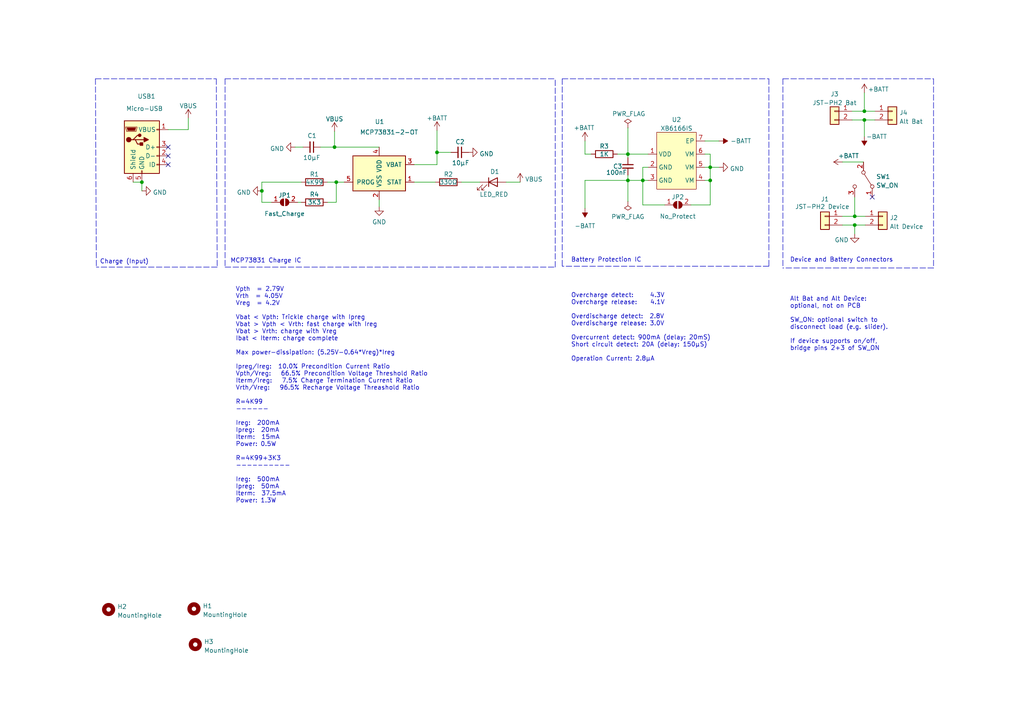
<source format=kicad_sch>
(kicad_sch (version 20211123) (generator eeschema)
  (paper "A4")
  (title_block (title "MCP73831/XB6166IS LiPo-Charger") (date "2023-12-30") (rev "0.92") (company "Bernhard Bablok") (comment 1 "https://github.com/bablokb/pcb-lipo-charger"))
  (lib_symbols
    (symbol "Battery_Management:MCP73831-2-OT" (pin_names (offset 1.016))
      (property "Reference" "U" (at -7.62 6.35 0))
      (property "Value" "MCP73831-2-OT" (at 1.27 6.35 0))
      (symbol "MCP73831-2-OT_0_1"
        (rectangle (start -7.62 5.08) (end 7.62 -5.08) (stroke (width 0.254)) (fill (type background)))
      )
      (symbol "MCP73831-2-OT_1_1"
        (pin output line (at 10.16 -2.54 180) (length 2.54) (name "STAT") (number "1"))
        (pin power_in line (at 0 -7.62 90) (length 2.54) (name "VSS") (number "2"))
        (pin power_out line (at 10.16 2.54 180) (length 2.54) (name "VBAT") (number "3"))
        (pin power_in line (at 0 7.62 270) (length 2.54) (name "VDD") (number "4"))
        (pin input line (at -10.16 -2.54 0) (length 2.54) (name "PROG") (number "5"))
      )
    )
    (symbol "Connector:USB_B_Micro" (pin_names (offset 1.016))
      (property "Reference" "J" (at -5.08 11.43 0))
      (property "Value" "USB_B_Micro" (at -5.08 8.89 0))
      (symbol "USB_B_Micro_0_1"
        (rectangle (start -5.08 -7.62) (end 5.08 7.62) (stroke (width 0.254)) (fill (type background)))
        (circle (center -3.81 2.159) (radius 0.635) (stroke (width 0.254)) (fill (type outline)))
        (circle (center -0.635 3.429) (radius 0.381) (stroke (width 0.254)) (fill (type outline)))
        (rectangle (start -0.127 -7.62) (end 0.127 -6.858))
        (polyline (pts (xy -1.905 2.159) (xy 0.635 2.159)) (stroke (width 0.254)))
        (polyline (pts (xy -3.175 2.159) (xy -2.54 2.159) (xy -1.27 3.429) (xy -0.635 3.429)) (stroke (width 0.254)))
        (polyline (pts (xy -2.54 2.159) (xy -1.905 2.159) (xy -1.27 0.889) (xy 0 0.889)) (stroke (width 0.254)))
        (polyline (pts (xy 0.635 2.794) (xy 0.635 1.524) (xy 1.905 2.159) (xy 0.635 2.794)) (stroke (width 0.254)) (fill (type outline)))
        (polyline (pts (xy -4.318 5.588) (xy -1.778 5.588) (xy -2.032 4.826) (xy -4.064 4.826) (xy -4.318 5.588)) (fill (type outline)))
        (polyline (pts (xy -4.699 5.842) (xy -4.699 5.588) (xy -4.445 4.826) (xy -4.445 4.572) (xy -1.651 4.572) (xy -1.651 4.826) (xy -1.397 5.588) (xy -1.397 5.842) (xy -4.699 5.842)))
        (rectangle (start 0.254 1.27) (end -0.508 0.508) (stroke (width 0.254)) (fill (type outline)))
        (rectangle (start 5.08 -5.207) (end 4.318 -4.953))
        (rectangle (start 5.08 -2.667) (end 4.318 -2.413))
        (rectangle (start 5.08 -0.127) (end 4.318 0.127))
        (rectangle (start 5.08 4.953) (end 4.318 5.207))
      )
      (symbol "USB_B_Micro_1_1"
        (pin power_out line (at 7.62 5.08 180) (length 2.54) (name "VBUS") (number "1"))
        (pin bidirectional line (at 7.62 -2.54 180) (length 2.54) (name "D-") (number "2"))
        (pin bidirectional line (at 7.62 0 180) (length 2.54) (name "D+") (number "3"))
        (pin passive line (at 7.62 -5.08 180) (length 2.54) (name "ID") (number "4"))
        (pin power_out line (at 0 -10.16 90) (length 2.54) (name "GND") (number "5"))
        (pin passive line (at -2.54 -10.16 90) (length 2.54) (name "Shield") (number "6"))
      )
    )
    (symbol "Connector_Generic:Conn_01x02" (pin_names (offset 1.016) hide)
      (property "Reference" "J" (at 0 2.54 0))
      (property "Value" "Conn_01x02" (at 0 -5.08 0))
      (symbol "Conn_01x02_1_1"
        (rectangle (start -1.27 -2.413) (end 0 -2.667) (stroke (width 0.1524)))
        (rectangle (start -1.27 0.127) (end 0 -0.127) (stroke (width 0.1524)))
        (rectangle (start -1.27 1.27) (end 1.27 -3.81) (stroke (width 0.254)) (fill (type background)))
        (pin passive line (at -5.08 0 0) (length 3.81) (name "Pin_1") (number "1"))
        (pin passive line (at -5.08 -2.54 0) (length 3.81) (name "Pin_2") (number "2"))
      )
    )
    (symbol "Device:C_Small" (pin_numbers hide) (pin_names (offset 0.254) hide)
      (property "Reference" "C" (at 0.254 1.778 0))
      (property "Value" "C_Small" (at 0.254 -2.032 0))
      (symbol "C_Small_0_1"
        (polyline (pts (xy -1.524 -0.508) (xy 1.524 -0.508)) (stroke (width 0.3302)))
        (polyline (pts (xy -1.524 0.508) (xy 1.524 0.508)) (stroke (width 0.3048)))
      )
      (symbol "C_Small_1_1"
        (pin passive line (at 0 2.54 270) (length 2.032) (name "~") (number "1"))
        (pin passive line (at 0 -2.54 90) (length 2.032) (name "~") (number "2"))
      )
    )
    (symbol "Device:LED" (pin_numbers hide) (pin_names (offset 1.016) hide)
      (property "Reference" "D" (at 0 2.54 0))
      (property "Value" "LED" (at 0 -2.54 0))
      (symbol "LED_0_1"
        (polyline (pts (xy -1.27 -1.27) (xy -1.27 1.27)) (stroke (width 0.254)))
        (polyline (pts (xy -1.27 0) (xy 1.27 0)))
        (polyline (pts (xy 1.27 -1.27) (xy 1.27 1.27) (xy -1.27 0) (xy 1.27 -1.27)) (stroke (width 0.254)))
        (polyline (pts (xy -3.048 -0.762) (xy -4.572 -2.286) (xy -3.81 -2.286) (xy -4.572 -2.286) (xy -4.572 -1.524)))
        (polyline (pts (xy -1.778 -0.762) (xy -3.302 -2.286) (xy -2.54 -2.286) (xy -3.302 -2.286) (xy -3.302 -1.524)))
      )
      (symbol "LED_1_1"
        (pin passive line (at -3.81 0 0) (length 2.54) (name "K") (number "1"))
        (pin passive line (at 3.81 0 180) (length 2.54) (name "A") (number "2"))
      )
    )
    (symbol "Device:R" (pin_numbers hide) (pin_names (offset 0))
      (property "Reference" "R" (at 2.032 0 90))
      (property "Value" "R" (at 0 0 90))
      (symbol "R_0_1"
        (rectangle (start -1.016 -2.54) (end 1.016 2.54) (stroke (width 0.254)))
      )
      (symbol "R_1_1"
        (pin passive line (at 0 3.81 270) (length 1.27) (name "~") (number "1"))
        (pin passive line (at 0 -3.81 90) (length 1.27) (name "~") (number "2"))
      )
    )
    (symbol "Jumper:SolderJumper_2_Open" (pin_names (offset 0) hide)
      (property "Reference" "JP" (at 0 2.032 0))
      (property "Value" "SolderJumper_2_Open" (at 0 -2.54 0))
      (symbol "SolderJumper_2_Open_0_1"
        (arc (start -0.254 1.016) (mid -1.27 0) (end -0.254 -1.016))
        (arc (start -0.254 1.016) (mid -1.27 0) (end -0.254 -1.016) (fill (type outline)))
        (polyline (pts (xy -0.254 1.016) (xy -0.254 -1.016)))
        (polyline (pts (xy 0.254 1.016) (xy 0.254 -1.016)))
        (arc (start 0.254 -1.016) (mid 1.27 0) (end 0.254 1.016))
        (arc (start 0.254 -1.016) (mid 1.27 0) (end 0.254 1.016) (fill (type outline)))
      )
      (symbol "SolderJumper_2_Open_1_1"
        (pin passive line (at -3.81 0 0) (length 2.54) (name "A") (number "1"))
        (pin passive line (at 3.81 0 180) (length 2.54) (name "B") (number "2"))
      )
    )
    (symbol "Mechanical:MountingHole" (pin_names (offset 1.016))
      (property "Reference" "H" (at 0 5.08 0))
      (property "Value" "MountingHole" (at 0 3.175 0))
      (symbol "MountingHole_0_1"
        (circle (center 0 0) (radius 1.27) (stroke (width 1.27)))
      )
    )
    (symbol "Switch:SW_SPDT" (pin_names (offset 0) hide)
      (property "Reference" "SW" (at 0 4.318 0))
      (property "Value" "SW_SPDT" (at 0 -5.08 0))
      (symbol "SW_SPDT_0_0"
        (circle (center -2.032 0) (radius 0.508))
        (circle (center 2.032 -2.54) (radius 0.508))
      )
      (symbol "SW_SPDT_0_1"
        (polyline (pts (xy -1.524 0.254) (xy 1.651 2.286)))
        (circle (center 2.032 2.54) (radius 0.508))
      )
      (symbol "SW_SPDT_1_1"
        (pin passive line (at 5.08 2.54 180) (length 2.54) (name "A") (number "1"))
        (pin passive line (at -5.08 0 0) (length 2.54) (name "B") (number "2"))
        (pin passive line (at 5.08 -2.54 180) (length 2.54) (name "C") (number "3"))
      )
    )
    (symbol "power:+BATT" (power) (pin_names (offset 0))
      (property "Value" "+BATT" (at 0 3.556 0))
      (symbol "+BATT_0_1"
        (polyline (pts (xy -0.762 1.27) (xy 0 2.54)))
        (polyline (pts (xy 0 0) (xy 0 2.54)))
        (polyline (pts (xy 0 2.54) (xy 0.762 1.27)))
      )
      (symbol "+BATT_1_1"
        (pin power_in line (at 0 0 90) (length 0) hide (name "+BATT") (number "1"))
      )
    )
    (symbol "power:-BATT" (power) (pin_names (offset 0))
      (property "Value" "-BATT" (at 0 3.556 0))
      (symbol "-BATT_0_1"
        (polyline (pts (xy 0 0) (xy 0 2.54)))
        (polyline (pts (xy 0.762 1.27) (xy -0.762 1.27) (xy 0 2.54) (xy 0.762 1.27)) (fill (type outline)))
      )
      (symbol "-BATT_1_1"
        (pin power_in line (at 0 0 90) (length 0) hide (name "-BATT") (number "1"))
      )
    )
    (symbol "power:GND" (power) (pin_names (offset 0))
      (property "Value" "GND" (at 0 -3.81 0))
      (symbol "GND_0_1"
        (polyline (pts (xy 0 0) (xy 0 -1.27) (xy 1.27 -1.27) (xy 0 -2.54) (xy -1.27 -1.27) (xy 0 -1.27)))
      )
      (symbol "GND_1_1"
        (pin power_in line (at 0 0 270) (length 0) hide (name "GND") (number "1"))
      )
    )
    (symbol "power:PWR_FLAG" (power) (pin_numbers hide) (pin_names (offset 0) hide)
      (property "Value" "PWR_FLAG" (at 0 3.81 0))
      (symbol "PWR_FLAG_0_0"
        (pin power_out line (at 0 0 90) (length 0) (name "pwr") (number "1"))
      )
      (symbol "PWR_FLAG_0_1"
        (polyline (pts (xy 0 0) (xy 0 1.27) (xy -1.016 1.905) (xy 0 2.54) (xy 1.016 1.905) (xy 0 1.27)))
      )
    )
    (symbol "power:VBUS" (power) (pin_names (offset 0))
      (property "Value" "VBUS" (at 0 3.81 0))
      (symbol "VBUS_0_1"
        (polyline (pts (xy -0.762 1.27) (xy 0 2.54)))
        (polyline (pts (xy 0 0) (xy 0 2.54)))
        (polyline (pts (xy 0 2.54) (xy 0.762 1.27)))
      )
      (symbol "VBUS_1_1"
        (pin power_in line (at 0 0 90) (length 0) hide (name "VBUS") (number "1"))
      )
    )
    (symbol "user:XB6166IS"
      (property "Reference" "U" (at 0 12.7 0))
      (property "Value" "XB6166IS" (at 1.27 10.16 0))
      (symbol "XB6166IS_0_1"
        (rectangle (start -5.08 8.89) (end 6.35 -7.62) (stroke (width 0.1524)) (fill (type background)))
      )
      (symbol "XB6166IS_1_1"
        (pin power_in line (at -7.62 2.54 0) (length 2.54) (name "VDD") (number "1"))
        (pin power_in line (at -7.62 -1.27 0) (length 2.54) (name "GND") (number "2"))
        (pin power_in line (at -7.62 -5.08 0) (length 2.54) (name "GND") (number "3"))
        (pin power_in line (at 8.89 -5.08 180) (length 2.54) (name "VM") (number "4"))
        (pin power_in line (at 8.89 -1.27 180) (length 2.54) (name "VM") (number "5"))
        (pin power_in line (at 8.89 2.54 180) (length 2.54) (name "VM") (number "6"))
        (pin power_in line (at 8.89 6.35 180) (length 2.54) (name "EP") (number "7"))
      )
    )
  )
  (junction (at 182.118 44.704))
  (junction (at 250.698 34.798))
  (junction (at 205.994 48.514))
  (junction (at 250.698 32.258))
  (junction (at 247.904 62.738))
  (junction (at 205.994 52.324))
  (junction (at 75.946 55.372))
  (junction (at 41.148 52.832))
  (junction (at 247.904 65.278))
  (junction (at 97.028 42.672))
  (junction (at 126.746 44.196))
  (junction (at 186.436 52.324))
  (junction (at 97.536 52.832))
  (junction (at 182.118 52.324))
  (no_connect (at 48.768 45.212))
  (no_connect (at 252.984 57.15))
  (no_connect (at 48.768 47.752))
  (no_connect (at 48.768 42.672))
  (polyline (pts (xy 163.068 22.86) (xy 163.068 77.216)))
  (polyline (pts (xy 27.686 22.86) (xy 27.94 77.47)))
  (wire (pts (xy 186.436 48.514) (xy 186.436 52.324)))
  (wire (pts (xy 182.118 50.8) (xy 182.118 52.324)))
  (wire (pts (xy 247.904 57.15) (xy 247.904 62.738)))
  (polyline (pts (xy 161.036 77.47) (xy 161.036 22.86)))
  (wire (pts (xy 130.81 44.196) (xy 126.746 44.196)))
  (wire (pts (xy 169.672 60.452) (xy 169.672 52.324)))
  (wire (pts (xy 205.994 52.324) (xy 204.47 52.324)))
  (wire (pts (xy 120.142 47.752) (xy 126.746 47.752)))
  (wire (pts (xy 179.07 44.704) (xy 182.118 44.704)))
  (wire (pts (xy 38.608 52.832) (xy 41.148 52.832)))
  (polyline (pts (xy 223.012 77.216) (xy 163.068 77.216)))
  (polyline (pts (xy 163.068 22.86) (xy 223.012 22.86)))
  (wire (pts (xy 126.746 47.752) (xy 126.746 44.196)))
  (wire (pts (xy 186.436 48.514) (xy 187.96 48.514)))
  (wire (pts (xy 250.698 32.258) (xy 253.746 32.258)))
  (wire (pts (xy 205.994 52.324) (xy 205.994 59.436)))
  (polyline (pts (xy 65.278 77.47) (xy 161.036 77.47)))
  (wire (pts (xy 247.142 34.798) (xy 250.698 34.798)))
  (wire (pts (xy 182.118 44.704) (xy 187.96 44.704)))
  (wire (pts (xy 247.904 65.278) (xy 247.904 67.818)))
  (wire (pts (xy 205.994 48.514) (xy 204.47 48.514)))
  (polyline (pts (xy 270.764 22.86) (xy 270.764 77.724)))
  (wire (pts (xy 182.118 58.42) (xy 182.118 52.324)))
  (wire (pts (xy 97.536 52.832) (xy 97.536 58.674)))
  (wire (pts (xy 208.534 40.894) (xy 204.47 40.894)))
  (polyline (pts (xy 270.764 77.724) (xy 227.076 77.724)))
  (wire (pts (xy 244.348 46.99) (xy 250.444 46.99)))
  (wire (pts (xy 182.118 52.324) (xy 186.436 52.324)))
  (wire (pts (xy 205.994 59.436) (xy 200.406 59.436)))
  (wire (pts (xy 109.982 42.672) (xy 97.028 42.672)))
  (polyline (pts (xy 227.076 22.86) (xy 227.076 77.724)))
  (wire (pts (xy 244.348 62.738) (xy 247.904 62.738)))
  (wire (pts (xy 41.148 52.832) (xy 41.148 55.372)))
  (wire (pts (xy 126.238 52.832) (xy 120.142 52.832)))
  (polyline (pts (xy 65.278 22.86) (xy 65.278 77.47)))
  (wire (pts (xy 182.118 37.084) (xy 182.118 44.704)))
  (wire (pts (xy 186.436 59.436) (xy 186.436 52.324)))
  (wire (pts (xy 48.768 37.592) (xy 54.61 37.592)))
  (wire (pts (xy 250.698 26.924) (xy 250.698 32.258)))
  (polyline (pts (xy 62.738 22.86) (xy 62.992 77.47)))
  (wire (pts (xy 87.376 52.832) (xy 75.946 52.832)))
  (wire (pts (xy 247.904 65.278) (xy 250.952 65.278)))
  (wire (pts (xy 244.348 65.278) (xy 247.904 65.278)))
  (wire (pts (xy 94.996 52.832) (xy 97.536 52.832)))
  (wire (pts (xy 92.964 42.672) (xy 97.028 42.672)))
  (polyline (pts (xy 27.686 22.86) (xy 62.738 22.86)))
  (wire (pts (xy 247.904 62.738) (xy 250.952 62.738)))
  (wire (pts (xy 187.96 52.324) (xy 186.436 52.324)))
  (wire (pts (xy 109.982 59.944) (xy 109.982 57.912)))
  (wire (pts (xy 247.142 32.258) (xy 250.698 32.258)))
  (wire (pts (xy 97.536 52.832) (xy 99.822 52.832)))
  (wire (pts (xy 169.672 44.704) (xy 169.672 40.894)))
  (wire (pts (xy 75.946 58.674) (xy 78.74 58.674)))
  (wire (pts (xy 85.598 42.672) (xy 87.884 42.672)))
  (wire (pts (xy 208.534 48.514) (xy 205.994 48.514)))
  (wire (pts (xy 182.118 45.72) (xy 182.118 44.704)))
  (wire (pts (xy 146.812 52.832) (xy 150.876 52.832)))
  (wire (pts (xy 171.45 44.704) (xy 169.672 44.704)))
  (wire (pts (xy 205.994 44.704) (xy 205.994 48.514)))
  (wire (pts (xy 139.192 52.832) (xy 133.858 52.832)))
  (wire (pts (xy 86.36 58.674) (xy 87.376 58.674)))
  (wire (pts (xy 75.946 52.832) (xy 75.946 55.372)))
  (wire (pts (xy 97.536 58.674) (xy 94.996 58.674)))
  (wire (pts (xy 126.746 37.846) (xy 126.746 44.196)))
  (wire (pts (xy 250.698 34.798) (xy 250.698 39.624)))
  (wire (pts (xy 204.47 44.704) (xy 205.994 44.704)))
  (wire (pts (xy 97.028 38.1) (xy 97.028 42.672)))
  (wire (pts (xy 75.946 55.372) (xy 75.946 58.674)))
  (polyline (pts (xy 223.012 22.86) (xy 223.012 77.216)))
  (wire (pts (xy 54.61 37.592) (xy 54.61 34.29)))
  (polyline (pts (xy 62.992 77.47) (xy 27.94 77.47)))
  (polyline (pts (xy 65.278 22.86) (xy 161.036 22.86)))
  (wire (pts (xy 192.786 59.436) (xy 186.436 59.436)))
  (polyline (pts (xy 227.076 22.86) (xy 270.764 22.86)))
  (wire (pts (xy 250.698 34.798) (xy 253.746 34.798)))
  (wire (pts (xy 169.672 52.324) (xy 182.118 52.324)))
  (wire (pts (xy 205.994 48.514) (xy 205.994 52.324)))
  (text "Vpth  = 2.79V\nVrth  = 4.05V\nVreg  = 4.2V\n\nVbat < Vpth: Trickle charge with Ipreg\nVbat > Vpth < Vrth: fast charge with Ireg\nVbat > Vrth: charge with Vreg\nIbat < Iterm: charge complete\n\nMax power-dissipation: (5.25V-0.64*Vreg)*Ireg\n\nIpreg/Ireg:  10.0% Precondition Current Ratio\nVpth/Vreg:   66.5% Precondition Voltage Threshold Ratio\nIterm/Ireg:   7.5% Charge Termination Current Ratio\nVrth/Vreg:   96.5% Recharge Voltage Threashold Ratio\n\nR=4K99\n------\n\nIreg:  200mA\nIpreg:  20mA\nIterm:  15mA\nPower: 0.5W\n\nR=4K99+3K3\n----------\n\nIreg:  500mA\nIpreg:  50mA\nIterm:  37.5mA\nPower: 1.3W" (at 68.326 146.05 0) (effects (font (size 1.27 1.27)) (justify left bottom)))
  (text "Battery Protection IC" (at 165.608 76.2 0) (effects (font (size 1.27 1.27)) (justify left bottom)))
  (text "Overcharge detect:     4.3V\nOvercharge release:    4.1V\n\nOverdischarge detect:  2.8V\nOverdischarge release: 3.0V\n\nOvercurrent detect: 900mA (delay: 20mS)\nShort circuit detect: 20A (delay: 150µS)\n\nOperation Current: 2.8µA" (at 165.608 104.902 0) (effects (font (size 1.27 1.27)) (justify left bottom)))
  (text "Device and Battery Connectors" (at 229.108 76.2 0) (effects (font (size 1.27 1.27)) (justify left bottom)))
  (text "Alt Bat and Alt Device:\noptional, not on PCB\n\nSW_ON: optional switch to\ndisconnect load (e.g. slider).\n\nIf device supports on/off,\nbridge pins 2+3 of SW_ON" (at 229.108 101.854 0) (effects (font (size 1.27 1.27)) (justify left bottom)))
  (text "Charge (Input)" (at 28.956 76.708 0) (effects (font (size 1.27 1.27)) (justify left bottom)))
  (text "MCP73831 Charge IC" (at 66.802 76.454 0) (effects (font (size 1.27 1.27)) (justify left bottom)))
  (symbol (lib_id "power:+BATT") (at 126.746 37.846 0) (unit 1)
    (property "Reference" "#PWR02" (effects hide))
    (property "Value" "+BATT" (at 126.746 34.2702 0))
  )
  (symbol (lib_id "power:+BATT") (at 244.348 46.99 90) (unit 1)
    (property "Reference" "#PWR04" (effects hide))
    (property "Value" "+BATT" (at 246.126 45.212 90))
  )
  (symbol (lib_id "Jumper:SolderJumper_2_Open") (at 196.596 59.436 0) (unit 1)
    (property "Reference" "JP2" (at 196.596 57.15 0))
    (property "Value" "No_Protect" (at 196.596 62.738 0))
    (property "Footprint" "Jumper:SolderJumper-2_P1.3mm_Open_Pad1.0x1.5mm" (effects hide))
  )
  (symbol (lib_id "Battery_Management:MCP73831-2-OT") (at 109.982 50.292 0) (unit 1)
    (property "Reference" "U1" (at 108.712 35.306 0) (effects (justify left)))
    (property "Value" "MCP73831-2-OT" (at 104.394 38.354 0) (effects (justify left)))
    (property "Footprint" "Package_TO_SOT_SMD:SOT-23-5" (effects hide))
    (property "Datasheet" "http://ww1.microchip.com/downloads/en/DeviceDoc/20001984g.pdf" (effects hide))
    (property "LCSC" " C424093 " (effects hide))
  )
  (symbol (lib_id "Device:C_Small") (at 133.35 44.196 270) (unit 1)
    (property "Reference" "C2" (at 132.08 41.148 90) (effects (justify left)))
    (property "Value" "10µF" (at 131.064 47.244 90) (effects (justify left)))
    (property "Footprint" "Capacitor_SMD:C_0603_1608Metric" (effects hide))
    (property "LCSC" "C19702" (effects hide))
  )
  (symbol (lib_id "Jumper:SolderJumper_2_Open") (at 82.55 58.674 0) (unit 1)
    (property "Reference" "JP1" (at 82.55 56.642 0))
    (property "Value" "Fast_Charge" (at 82.55 61.976 0))
    (property "Footprint" "Jumper:SolderJumper-2_P1.3mm_Open_Pad1.0x1.5mm" (effects hide))
  )
  (symbol (lib_id "power:VBUS") (at 97.028 38.1 0) (unit 1)
    (property "Reference" "#PWR03" (effects hide))
    (property "Value" "VBUS" (at 97.028 34.5242 0))
  )
  (symbol (lib_id "Device:LED") (at 143.002 52.832 0) (unit 1)
    (property "Reference" "D1" (at 143.51 49.784 0))
    (property "Value" "LED_RED" (at 143.256 56.388 0))
    (property "Footprint" "LED_SMD:LED_0805_2012Metric" (effects hide))
    (property "LCSC" "C84256" (effects hide))
  )
  (symbol (lib_id "Mechanical:MountingHole") (at 31.496 176.784 0) (unit 1)
    (property "Reference" "H2" (at 34.036 175.9493 0) (effects (justify left)))
    (property "Value" "MountingHole" (at 34.036 178.4862 0) (effects (justify left)))
    (property "Footprint" "user:MountingHole_2.4mm_M2" (effects hide))
  )
  (symbol (lib_id "Mechanical:MountingHole") (at 56.642 186.944 0) (unit 1)
    (property "Reference" "H3" (at 59.182 186.1093 0) (effects (justify left)))
    (property "Value" "MountingHole" (at 59.182 188.6462 0) (effects (justify left)))
    (property "Footprint" "user:MountingHole_2.4mm_M2" (effects hide))
  )
  (symbol (lib_id "power:+BATT") (at 250.698 26.924 0) (unit 1)
    (property "Reference" "#PWR05" (effects hide))
    (property "Value" "+BATT" (at 254.762 25.908 0))
  )
  (symbol (lib_id "Switch:SW_SPDT") (at 250.444 52.07 270) (unit 1)
    (property "Reference" "SW1" (at 254.127 51.2353 90) (effects (justify left)))
    (property "Value" "SW_ON" (at 254.127 53.7722 90) (effects (justify left)))
    (property "Footprint" "Connector_PinHeader_2.54mm:PinHeader_1x03_P2.54mm_Vertical" (effects hide))
  )
  (symbol (lib_id "Connector_Generic:Conn_01x02") (at 242.062 32.258 0) (mirror y) (unit 1)
    (property "Reference" "J3" (at 242.062 27.2882 0))
    (property "Value" "JST-PH2 Bat" (at 242.062 29.8251 0))
    (property "Footprint" "Connector_JST:JST_PH_S2B-PH-SM4-TB_1x02-1MP_P2.00mm_Horizontal" (effects hide))
    (property "LCSC" "C295747" (effects hide))
  )
  (symbol (lib_id "power:GND") (at 247.904 67.818 0) (unit 1)
    (property "Reference" "#PWR08" (effects hide))
    (property "Value" "GND" (at 242.062 69.596 0) (effects (justify left)))
  )
  (symbol (lib_id "power:-BATT") (at 169.672 60.452 180) (unit 1)
    (property "Reference" "#PWR019" (effects hide))
    (property "Value" "-BATT" (at 172.72 65.532 0) (effects (justify left)))
  )
  (symbol (lib_id "Device:C_Small") (at 90.424 42.672 270) (unit 1)
    (property "Reference" "C1" (at 89.154 39.37 90) (effects (justify left)))
    (property "Value" "10µF" (at 87.884 45.72 90) (effects (justify left)))
    (property "Footprint" "Capacitor_SMD:C_0603_1608Metric" (effects hide))
    (property "LCSC" "C19702" (effects hide))
  )
  (symbol (lib_id "power:+BATT") (at 169.672 40.894 0) (unit 1)
    (property "Reference" "#PWR018" (effects hide))
    (property "Value" "+BATT" (at 172.466 37.084 0) (effects (justify right)))
  )
  (symbol (lib_id "power:GND") (at 85.598 42.672 270) (unit 1)
    (property "Reference" "#PWR06" (effects hide))
    (property "Value" "GND" (at 82.4231 43.1058 90) (effects (justify right)))
  )
  (symbol (lib_id "power:GND") (at 41.148 55.372 90) (unit 1)
    (property "Reference" "#PWR012" (effects hide))
    (property "Value" "GND" (at 44.323 55.8058 90) (effects (justify right)))
  )
  (symbol (lib_id "Mechanical:MountingHole") (at 56.2516 176.5882 0) (unit 1)
    (property "Reference" "H1" (at 58.7916 175.7535 0) (effects (justify left)))
    (property "Value" "MountingHole" (at 58.7916 178.2904 0) (effects (justify left)))
    (property "Footprint" "user:MountingHole_2.4mm_M2" (effects hide))
  )
  (symbol (lib_id "power:GND") (at 109.982 59.944 0) (unit 1)
    (property "Reference" "#PWR013" (effects hide))
    (property "Value" "GND" (at 109.982 64.3874 0))
  )
  (symbol (lib_id "Device:R") (at 175.26 44.704 270) (unit 1)
    (property "Reference" "R3" (at 175.26 42.418 90))
    (property "Value" "1K" (at 175.26 44.704 90))
    (property "Footprint" "Resistor_SMD:R_0603_1608Metric" (effects hide))
    (property "LCSC" "C23046" (effects hide))
  )
  (symbol (lib_id "power:GND") (at 208.534 48.514 90) (unit 1)
    (property "Reference" "#PWR020" (effects hide))
    (property "Value" "GND" (at 211.709 48.9478 90) (effects (justify right)))
  )
  (symbol (lib_id "power:PWR_FLAG") (at 182.118 37.084 0) (unit 1)
    (property "Reference" "#FLG0101" (effects hide))
    (property "Value" "PWR_FLAG" (at 177.546 33.02 0) (effects (justify left)))
  )
  (symbol (lib_id "Device:R") (at 91.186 52.832 270) (unit 1)
    (property "Reference" "R1" (at 91.186 50.546 90))
    (property "Value" "4K99" (at 91.186 52.832 90))
    (property "Footprint" "Resistor_SMD:R_0603_1608Metric" (effects hide))
    (property "LCSC" "C23046" (effects hide))
  )
  (symbol (lib_id "power:VBUS") (at 54.61 34.29 0) (unit 1)
    (property "Reference" "#PWR01" (effects hide))
    (property "Value" "VBUS" (at 54.61 30.7142 0))
  )
  (symbol (lib_id "power:GND") (at 75.946 55.372 270) (unit 1)
    (property "Reference" "#PWR011" (effects hide))
    (property "Value" "GND" (at 72.7711 55.8058 90) (effects (justify right)))
  )
  (symbol (lib_id "power:GND") (at 135.89 44.196 90) (unit 1)
    (property "Reference" "#PWR07" (effects hide))
    (property "Value" "GND" (at 139.065 44.6298 90) (effects (justify right)))
  )
  (symbol (lib_id "Device:R") (at 130.048 52.832 90) (unit 1)
    (property "Reference" "R2" (at 130.048 50.546 90))
    (property "Value" "330Ω" (at 130.048 52.832 90))
    (property "Footprint" "Resistor_SMD:R_0402_1005Metric" (effects hide))
    (property "LCSC" "C25104" (effects hide))
  )
  (symbol (lib_id "user:XB6166IS") (at 195.58 47.244 0) (unit 1)
    (property "Reference" "U2" (at 196.215 34.705 0))
    (property "Value" "XB6166IS" (at 196.215 37.2419 0))
    (property "Footprint" "user:DFN-2x2mm-0.75" (effects hide))
    (property "LCSC" "C94310" (effects hide))
  )
  (symbol (lib_id "power:PWR_FLAG") (at 182.118 58.42 180) (unit 1)
    (property "Reference" "#FLG04" (effects hide))
    (property "Value" "PWR_FLAG" (at 182.118 62.8634 0))
  )
  (symbol (lib_id "power:VBUS") (at 150.876 52.832 0) (unit 1)
    (property "Reference" "#PWR010" (effects hide))
    (property "Value" "VBUS" (at 152.273 51.9958 0) (effects (justify left)))
  )
  (symbol (lib_id "Connector_Generic:Conn_01x02") (at 239.268 62.738 0) (mirror y) (unit 1)
    (property "Reference" "J1" (at 239.268 57.7682 0))
    (property "Value" "JST-PH2 Device" (at 238.506 59.944 0))
    (property "Footprint" "Connector_JST:JST_PH_S2B-PH-SM4-TB_1x02-1MP_P2.00mm_Horizontal" (effects hide))
    (property "LCSC" "C295747" (effects hide))
  )
  (symbol (lib_id "Connector:USB_B_Micro") (at 41.148 42.672 0) (unit 1)
    (property "Reference" "USB1" (at 39.878 27.94 0) (effects (justify left)))
    (property "Value" "Micro-USB" (at 36.576 31.496 0) (effects (justify left)))
    (property "Footprint" "user:USB_Micro-B_JLCPCB_40942" (effects hide))
    (property "LCSC" "C40942" (effects hide))
  )
  (symbol (lib_id "Connector_Generic:Conn_01x02") (at 256.032 62.738 0) (unit 1) (in_bom no) (on_board no)
    (property "Reference" "J2" (at 258.064 63.1733 0) (effects (justify left)))
    (property "Value" "Alt Device" (at 258.064 65.7102 0) (effects (justify left)))
    (property "Footprint" "Connector_PinHeader_2.54mm:PinHeader_1x02_P2.54mm_Vertical" (effects hide))
  )
  (symbol (lib_id "Connector_Generic:Conn_01x02") (at 258.826 32.258 0) (unit 1) (in_bom no) (on_board no)
    (property "Reference" "J4" (at 260.858 32.6933 0) (effects (justify left)))
    (property "Value" "Alt Bat" (at 260.858 35.2302 0) (effects (justify left)))
    (property "Footprint" "Connector_PinHeader_2.54mm:PinHeader_1x02_P2.54mm_Vertical" (effects hide))
  )
  (symbol (lib_id "Device:R") (at 91.186 58.674 270) (unit 1)
    (property "Reference" "R4" (at 91.186 56.388 90))
    (property "Value" "3K3" (at 91.186 58.674 90))
    (property "Footprint" "Resistor_SMD:R_0603_1608Metric" (effects hide))
    (property "LCSC" "C22978" (effects hide))
  )
  (symbol (lib_id "power:-BATT") (at 250.698 39.624 180) (unit 1)
    (property "Reference" "#PWR09" (effects hide))
    (property "Value" "-BATT" (at 257.302 39.624 0) (effects (justify left)))
  )
  (symbol (lib_id "power:-BATT") (at 208.534 40.894 270) (unit 1)
    (property "Reference" "#PWR017" (effects hide))
    (property "Value" "-BATT" (at 211.836 40.894 90) (effects (justify left)))
  )
  (symbol (lib_id "Device:C_Small") (at 182.118 48.26 0) (unit 1)
    (property "Reference" "C3" (at 177.8 48.26 0) (effects (justify left)))
    (property "Value" "100nF" (at 175.768 50.038 0) (effects (justify left)))
    (property "Footprint" "Capacitor_SMD:C_0402_1005Metric" (effects hide))
    (property "LCSC" "C1525" (effects hide))
  )
)
</source>
